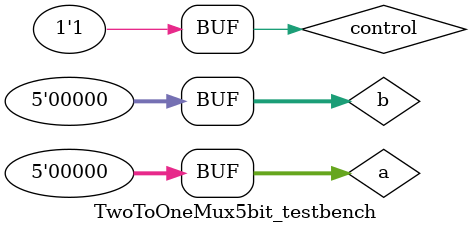
<source format=sv>
`timescale 1ns/10ps

module TwoToOneMux5bit(out, a, b, control);
	output logic [4:0] out;
	input logic [4:0] a, b;
	input logic control;
	
	genvar i;
	generate
		for (i=0;i<5;i++) begin : muxs
			TwoToOneMux mux (.out(out[i]), .s(control), .d({b[i], a[i]}));
		end
	endgenerate
endmodule

module TwoToOneMux5bit_testbench;
	logic [4:0] out, a, b;
	logic control;
	
	initial begin
	a = 5'b00000;b = 5'b00000; control=0;#400;
	control=1;#400;
	
	b = 5'b00000;a = 5'b00000; control=0;#400;
	control=1;#400;
	
	end
	
	TwoToOneMux5bit dut (.out, .a, .b, .control);
	
endmodule

</source>
